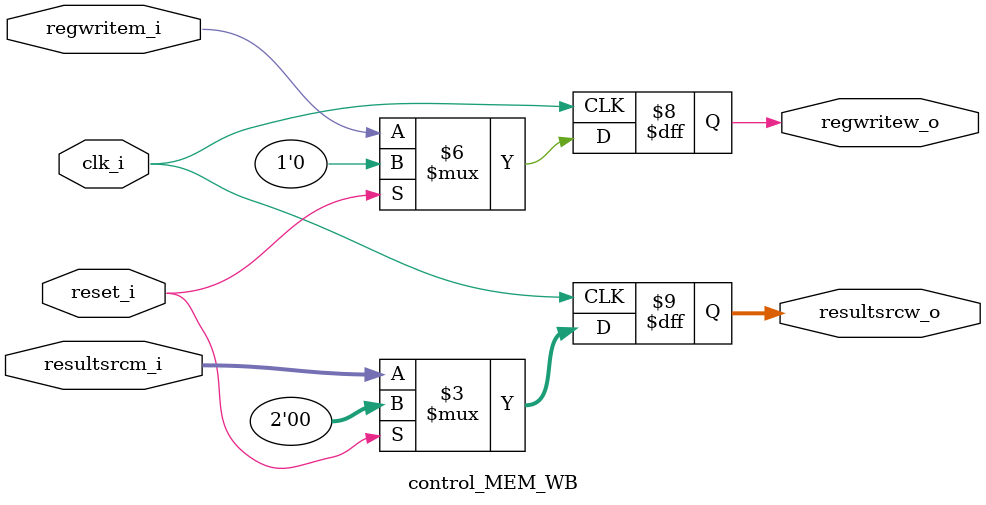
<source format=sv>
`timescale 1ns / 1ps

module control_MEM_WB(
    input  logic       clk_i,
    input  logic       reset_i,
    //input  logic       enable_i, prank 'em Shinji
    
    input  logic       regwritem_i,
    input  logic [1:0] resultsrcm_i,
    
    output logic       regwritew_o,
    output logic [1:0] resultsrcw_o                     
    );
    
    always_ff @(posedge clk_i) begin
        if (reset_i) begin       
            regwritew_o  <= 0;
            resultsrcw_o <= 0;       
        end
        
        else begin //else if (enable_i) begin
            regwritew_o  <= regwritem_i;
            resultsrcw_o <= resultsrcm_i;   
        end    
    end    
endmodule

</source>
